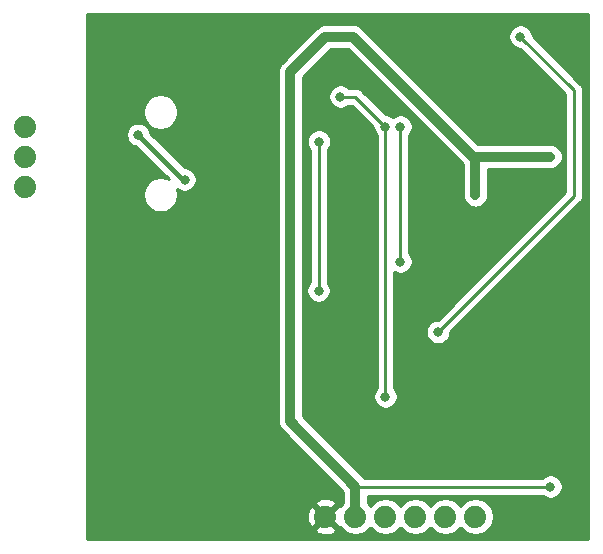
<source format=gbl>
G04 #@! TF.GenerationSoftware,KiCad,Pcbnew,5.1.5*
G04 #@! TF.CreationDate,2020-04-03T22:22:15-06:00*
G04 #@! TF.ProjectId,AD8232,41443832-3332-42e6-9b69-6361645f7063,rev?*
G04 #@! TF.SameCoordinates,Original*
G04 #@! TF.FileFunction,Copper,L2,Bot*
G04 #@! TF.FilePolarity,Positive*
%FSLAX46Y46*%
G04 Gerber Fmt 4.6, Leading zero omitted, Abs format (unit mm)*
G04 Created by KiCad (PCBNEW 5.1.5) date 2020-04-03 22:22:15*
%MOMM*%
%LPD*%
G04 APERTURE LIST*
%ADD10C,1.879600*%
%ADD11C,0.800000*%
%ADD12C,0.250000*%
%ADD13C,0.813000*%
%ADD14C,0.406000*%
%ADD15C,0.254000*%
G04 APERTURE END LIST*
D10*
X166370000Y-114300000D03*
X163830000Y-114300000D03*
X161290000Y-114300000D03*
X158750000Y-114300000D03*
X156210000Y-114300000D03*
X153670000Y-114300000D03*
X128270000Y-81280000D03*
X128270000Y-83820000D03*
X128270000Y-86360000D03*
D11*
X170180000Y-73660000D03*
X163204451Y-98656460D03*
X153670000Y-73660000D03*
X172720000Y-111760000D03*
X166370000Y-83820000D03*
X166370000Y-87098718D03*
X172720000Y-83820000D03*
X142240000Y-114300000D03*
X173990000Y-93980000D03*
X171450000Y-86360000D03*
X172720000Y-80010000D03*
X163830000Y-85090000D03*
X160020000Y-92710000D03*
X160020000Y-81280000D03*
X137818483Y-81972830D03*
X141744815Y-85769721D03*
X158750000Y-81280000D03*
X154940000Y-78740000D03*
X158750000Y-104140000D03*
X153083152Y-95178089D03*
X153119108Y-82557739D03*
D12*
X174721509Y-78201509D02*
X174721509Y-87139402D01*
X170180000Y-73660000D02*
X174721509Y-78201509D01*
X174721509Y-87139402D02*
X163204451Y-98656460D01*
D13*
X156210000Y-114300000D02*
X156210000Y-111760000D01*
X156210000Y-111760000D02*
X150691241Y-106241241D01*
X150691241Y-106241241D02*
X150691241Y-76638759D01*
X150691241Y-76638759D02*
X153670000Y-73660000D01*
D12*
X156210000Y-111760000D02*
X172720000Y-111760000D01*
X166173002Y-83820000D02*
X166370000Y-83820000D01*
D13*
X153670000Y-73660000D02*
X156013002Y-73660000D01*
X156013002Y-73660000D02*
X166173002Y-83820000D01*
X166370000Y-83820000D02*
X172720000Y-83820000D01*
X166370000Y-83820000D02*
X166370000Y-87098718D01*
X172720000Y-83820000D02*
X172720000Y-83820000D01*
D12*
X160020000Y-92710000D02*
X160020000Y-81280000D01*
D14*
X137818483Y-81972830D02*
X141615374Y-85769721D01*
X141615374Y-85769721D02*
X141744815Y-85769721D01*
D12*
X156210000Y-78740000D02*
X154940000Y-78740000D01*
X158750000Y-81280000D02*
X156210000Y-78740000D01*
X158750000Y-104140000D02*
X158750000Y-81280000D01*
X153083152Y-95178089D02*
X153083152Y-82593695D01*
X153083152Y-82593695D02*
X153119108Y-82557739D01*
D15*
G36*
X175870001Y-71779813D02*
G01*
X175870000Y-116180698D01*
X133477000Y-116225486D01*
X133477000Y-115392476D01*
X152757129Y-115392476D01*
X152845623Y-115650723D01*
X153124976Y-115785597D01*
X153425275Y-115863381D01*
X153734977Y-115881084D01*
X154042184Y-115838027D01*
X154335086Y-115735865D01*
X154494377Y-115650723D01*
X154582871Y-115392476D01*
X153670000Y-114479605D01*
X152757129Y-115392476D01*
X133477000Y-115392476D01*
X133477000Y-114364977D01*
X152088916Y-114364977D01*
X152131973Y-114672184D01*
X152234135Y-114965086D01*
X152319277Y-115124377D01*
X152577524Y-115212871D01*
X153490395Y-114300000D01*
X152577524Y-113387129D01*
X152319277Y-113475623D01*
X152184403Y-113754976D01*
X152106619Y-114055275D01*
X152088916Y-114364977D01*
X133477000Y-114364977D01*
X133477000Y-113207524D01*
X152757129Y-113207524D01*
X153670000Y-114120395D01*
X154582871Y-113207524D01*
X154494377Y-112949277D01*
X154215024Y-112814403D01*
X153914725Y-112736619D01*
X153605023Y-112718916D01*
X153297816Y-112761973D01*
X153004914Y-112864135D01*
X152845623Y-112949277D01*
X152757129Y-113207524D01*
X133477000Y-113207524D01*
X133477000Y-81870891D01*
X136783483Y-81870891D01*
X136783483Y-82074769D01*
X136823257Y-82274728D01*
X136901278Y-82463086D01*
X137014546Y-82632604D01*
X137158709Y-82776767D01*
X137328227Y-82890035D01*
X137516585Y-82968056D01*
X137656412Y-82995869D01*
X140388288Y-85727746D01*
X140133158Y-85622068D01*
X139846260Y-85565000D01*
X139553740Y-85565000D01*
X139266842Y-85622068D01*
X138996589Y-85734010D01*
X138753368Y-85896525D01*
X138546525Y-86103368D01*
X138384010Y-86346589D01*
X138272068Y-86616842D01*
X138215000Y-86903740D01*
X138215000Y-87196260D01*
X138272068Y-87483158D01*
X138384010Y-87753411D01*
X138546525Y-87996632D01*
X138753368Y-88203475D01*
X138996589Y-88365990D01*
X139266842Y-88477932D01*
X139553740Y-88535000D01*
X139846260Y-88535000D01*
X140133158Y-88477932D01*
X140403411Y-88365990D01*
X140646632Y-88203475D01*
X140853475Y-87996632D01*
X141015990Y-87753411D01*
X141127932Y-87483158D01*
X141185000Y-87196260D01*
X141185000Y-86903740D01*
X141127932Y-86616842D01*
X141119613Y-86596758D01*
X141254559Y-86686926D01*
X141442917Y-86764947D01*
X141642876Y-86804721D01*
X141846754Y-86804721D01*
X142046713Y-86764947D01*
X142235071Y-86686926D01*
X142404589Y-86573658D01*
X142548752Y-86429495D01*
X142662020Y-86259977D01*
X142740041Y-86071619D01*
X142779815Y-85871660D01*
X142779815Y-85667782D01*
X142740041Y-85467823D01*
X142662020Y-85279465D01*
X142548752Y-85109947D01*
X142404589Y-84965784D01*
X142235071Y-84852516D01*
X142046713Y-84774495D01*
X141846754Y-84734721D01*
X141765485Y-84734721D01*
X138841522Y-81810759D01*
X138813709Y-81670932D01*
X138735688Y-81482574D01*
X138622420Y-81313056D01*
X138478257Y-81168893D01*
X138308739Y-81055625D01*
X138120381Y-80977604D01*
X137920422Y-80937830D01*
X137716544Y-80937830D01*
X137516585Y-80977604D01*
X137328227Y-81055625D01*
X137158709Y-81168893D01*
X137014546Y-81313056D01*
X136901278Y-81482574D01*
X136823257Y-81670932D01*
X136783483Y-81870891D01*
X133477000Y-81870891D01*
X133477000Y-79903740D01*
X138215000Y-79903740D01*
X138215000Y-80196260D01*
X138272068Y-80483158D01*
X138384010Y-80753411D01*
X138546525Y-80996632D01*
X138753368Y-81203475D01*
X138996589Y-81365990D01*
X139266842Y-81477932D01*
X139553740Y-81535000D01*
X139846260Y-81535000D01*
X140133158Y-81477932D01*
X140403411Y-81365990D01*
X140646632Y-81203475D01*
X140853475Y-80996632D01*
X141015990Y-80753411D01*
X141127932Y-80483158D01*
X141185000Y-80196260D01*
X141185000Y-79903740D01*
X141127932Y-79616842D01*
X141015990Y-79346589D01*
X140853475Y-79103368D01*
X140646632Y-78896525D01*
X140403411Y-78734010D01*
X140133158Y-78622068D01*
X139846260Y-78565000D01*
X139553740Y-78565000D01*
X139266842Y-78622068D01*
X138996589Y-78734010D01*
X138753368Y-78896525D01*
X138546525Y-79103368D01*
X138384010Y-79346589D01*
X138272068Y-79616842D01*
X138215000Y-79903740D01*
X133477000Y-79903740D01*
X133477000Y-76638759D01*
X149644702Y-76638759D01*
X149649742Y-76689928D01*
X149649741Y-106190082D01*
X149644702Y-106241241D01*
X149649741Y-106292400D01*
X149649741Y-106292402D01*
X149664811Y-106445410D01*
X149724365Y-106641733D01*
X149821076Y-106822667D01*
X149951226Y-106981256D01*
X149990975Y-107013877D01*
X155168501Y-112191404D01*
X155168500Y-113114396D01*
X154986773Y-113296123D01*
X154895505Y-113432714D01*
X154762476Y-113387129D01*
X153849605Y-114300000D01*
X154762476Y-115212871D01*
X154895505Y-115167286D01*
X154986773Y-115303877D01*
X155206123Y-115523227D01*
X155464052Y-115695570D01*
X155750648Y-115814282D01*
X156054896Y-115874800D01*
X156365104Y-115874800D01*
X156669352Y-115814282D01*
X156955948Y-115695570D01*
X157213877Y-115523227D01*
X157433227Y-115303877D01*
X157480000Y-115233876D01*
X157526773Y-115303877D01*
X157746123Y-115523227D01*
X158004052Y-115695570D01*
X158290648Y-115814282D01*
X158594896Y-115874800D01*
X158905104Y-115874800D01*
X159209352Y-115814282D01*
X159495948Y-115695570D01*
X159753877Y-115523227D01*
X159973227Y-115303877D01*
X160020000Y-115233876D01*
X160066773Y-115303877D01*
X160286123Y-115523227D01*
X160544052Y-115695570D01*
X160830648Y-115814282D01*
X161134896Y-115874800D01*
X161445104Y-115874800D01*
X161749352Y-115814282D01*
X162035948Y-115695570D01*
X162293877Y-115523227D01*
X162513227Y-115303877D01*
X162560000Y-115233876D01*
X162606773Y-115303877D01*
X162826123Y-115523227D01*
X163084052Y-115695570D01*
X163370648Y-115814282D01*
X163674896Y-115874800D01*
X163985104Y-115874800D01*
X164289352Y-115814282D01*
X164575948Y-115695570D01*
X164833877Y-115523227D01*
X165053227Y-115303877D01*
X165100000Y-115233876D01*
X165146773Y-115303877D01*
X165366123Y-115523227D01*
X165624052Y-115695570D01*
X165910648Y-115814282D01*
X166214896Y-115874800D01*
X166525104Y-115874800D01*
X166829352Y-115814282D01*
X167115948Y-115695570D01*
X167373877Y-115523227D01*
X167593227Y-115303877D01*
X167765570Y-115045948D01*
X167884282Y-114759352D01*
X167944800Y-114455104D01*
X167944800Y-114144896D01*
X167884282Y-113840648D01*
X167765570Y-113554052D01*
X167593227Y-113296123D01*
X167373877Y-113076773D01*
X167115948Y-112904430D01*
X166829352Y-112785718D01*
X166525104Y-112725200D01*
X166214896Y-112725200D01*
X165910648Y-112785718D01*
X165624052Y-112904430D01*
X165366123Y-113076773D01*
X165146773Y-113296123D01*
X165100000Y-113366124D01*
X165053227Y-113296123D01*
X164833877Y-113076773D01*
X164575948Y-112904430D01*
X164289352Y-112785718D01*
X163985104Y-112725200D01*
X163674896Y-112725200D01*
X163370648Y-112785718D01*
X163084052Y-112904430D01*
X162826123Y-113076773D01*
X162606773Y-113296123D01*
X162560000Y-113366124D01*
X162513227Y-113296123D01*
X162293877Y-113076773D01*
X162035948Y-112904430D01*
X161749352Y-112785718D01*
X161445104Y-112725200D01*
X161134896Y-112725200D01*
X160830648Y-112785718D01*
X160544052Y-112904430D01*
X160286123Y-113076773D01*
X160066773Y-113296123D01*
X160020000Y-113366124D01*
X159973227Y-113296123D01*
X159753877Y-113076773D01*
X159495948Y-112904430D01*
X159209352Y-112785718D01*
X158905104Y-112725200D01*
X158594896Y-112725200D01*
X158290648Y-112785718D01*
X158004052Y-112904430D01*
X157746123Y-113076773D01*
X157526773Y-113296123D01*
X157480000Y-113366124D01*
X157433227Y-113296123D01*
X157251500Y-113114396D01*
X157251500Y-112520000D01*
X172016289Y-112520000D01*
X172060226Y-112563937D01*
X172229744Y-112677205D01*
X172418102Y-112755226D01*
X172618061Y-112795000D01*
X172821939Y-112795000D01*
X173021898Y-112755226D01*
X173210256Y-112677205D01*
X173379774Y-112563937D01*
X173523937Y-112419774D01*
X173637205Y-112250256D01*
X173715226Y-112061898D01*
X173755000Y-111861939D01*
X173755000Y-111658061D01*
X173715226Y-111458102D01*
X173637205Y-111269744D01*
X173523937Y-111100226D01*
X173379774Y-110956063D01*
X173210256Y-110842795D01*
X173021898Y-110764774D01*
X172821939Y-110725000D01*
X172618061Y-110725000D01*
X172418102Y-110764774D01*
X172229744Y-110842795D01*
X172060226Y-110956063D01*
X172016289Y-111000000D01*
X156925663Y-111000000D01*
X156910271Y-110987368D01*
X151732741Y-105809839D01*
X151732741Y-95076150D01*
X152048152Y-95076150D01*
X152048152Y-95280028D01*
X152087926Y-95479987D01*
X152165947Y-95668345D01*
X152279215Y-95837863D01*
X152423378Y-95982026D01*
X152592896Y-96095294D01*
X152781254Y-96173315D01*
X152981213Y-96213089D01*
X153185091Y-96213089D01*
X153385050Y-96173315D01*
X153573408Y-96095294D01*
X153742926Y-95982026D01*
X153887089Y-95837863D01*
X154000357Y-95668345D01*
X154078378Y-95479987D01*
X154118152Y-95280028D01*
X154118152Y-95076150D01*
X154078378Y-94876191D01*
X154000357Y-94687833D01*
X153887089Y-94518315D01*
X153843152Y-94474378D01*
X153843152Y-83297406D01*
X153923045Y-83217513D01*
X154036313Y-83047995D01*
X154114334Y-82859637D01*
X154154108Y-82659678D01*
X154154108Y-82455800D01*
X154114334Y-82255841D01*
X154036313Y-82067483D01*
X153923045Y-81897965D01*
X153778882Y-81753802D01*
X153609364Y-81640534D01*
X153421006Y-81562513D01*
X153221047Y-81522739D01*
X153017169Y-81522739D01*
X152817210Y-81562513D01*
X152628852Y-81640534D01*
X152459334Y-81753802D01*
X152315171Y-81897965D01*
X152201903Y-82067483D01*
X152123882Y-82255841D01*
X152084108Y-82455800D01*
X152084108Y-82659678D01*
X152123882Y-82859637D01*
X152201903Y-83047995D01*
X152315171Y-83217513D01*
X152323153Y-83225495D01*
X152323152Y-94474378D01*
X152279215Y-94518315D01*
X152165947Y-94687833D01*
X152087926Y-94876191D01*
X152048152Y-95076150D01*
X151732741Y-95076150D01*
X151732741Y-78638061D01*
X153905000Y-78638061D01*
X153905000Y-78841939D01*
X153944774Y-79041898D01*
X154022795Y-79230256D01*
X154136063Y-79399774D01*
X154280226Y-79543937D01*
X154449744Y-79657205D01*
X154638102Y-79735226D01*
X154838061Y-79775000D01*
X155041939Y-79775000D01*
X155241898Y-79735226D01*
X155430256Y-79657205D01*
X155599774Y-79543937D01*
X155643711Y-79500000D01*
X155895199Y-79500000D01*
X157715000Y-81319803D01*
X157715000Y-81381939D01*
X157754774Y-81581898D01*
X157832795Y-81770256D01*
X157946063Y-81939774D01*
X157990001Y-81983712D01*
X157990000Y-103436289D01*
X157946063Y-103480226D01*
X157832795Y-103649744D01*
X157754774Y-103838102D01*
X157715000Y-104038061D01*
X157715000Y-104241939D01*
X157754774Y-104441898D01*
X157832795Y-104630256D01*
X157946063Y-104799774D01*
X158090226Y-104943937D01*
X158259744Y-105057205D01*
X158448102Y-105135226D01*
X158648061Y-105175000D01*
X158851939Y-105175000D01*
X159051898Y-105135226D01*
X159240256Y-105057205D01*
X159409774Y-104943937D01*
X159553937Y-104799774D01*
X159667205Y-104630256D01*
X159745226Y-104441898D01*
X159785000Y-104241939D01*
X159785000Y-104038061D01*
X159745226Y-103838102D01*
X159667205Y-103649744D01*
X159553937Y-103480226D01*
X159510000Y-103436289D01*
X159510000Y-98554521D01*
X162169451Y-98554521D01*
X162169451Y-98758399D01*
X162209225Y-98958358D01*
X162287246Y-99146716D01*
X162400514Y-99316234D01*
X162544677Y-99460397D01*
X162714195Y-99573665D01*
X162902553Y-99651686D01*
X163102512Y-99691460D01*
X163306390Y-99691460D01*
X163506349Y-99651686D01*
X163694707Y-99573665D01*
X163864225Y-99460397D01*
X164008388Y-99316234D01*
X164121656Y-99146716D01*
X164199677Y-98958358D01*
X164239451Y-98758399D01*
X164239451Y-98696261D01*
X175232512Y-87703201D01*
X175261510Y-87679403D01*
X175356483Y-87563678D01*
X175427055Y-87431649D01*
X175470512Y-87288388D01*
X175481509Y-87176735D01*
X175485186Y-87139402D01*
X175481509Y-87102069D01*
X175481509Y-78238842D01*
X175485186Y-78201509D01*
X175470512Y-78052523D01*
X175427055Y-77909262D01*
X175356483Y-77777233D01*
X175285308Y-77690506D01*
X175261510Y-77661508D01*
X175232513Y-77637711D01*
X171215000Y-73620199D01*
X171215000Y-73558061D01*
X171175226Y-73358102D01*
X171097205Y-73169744D01*
X170983937Y-73000226D01*
X170839774Y-72856063D01*
X170670256Y-72742795D01*
X170481898Y-72664774D01*
X170281939Y-72625000D01*
X170078061Y-72625000D01*
X169878102Y-72664774D01*
X169689744Y-72742795D01*
X169520226Y-72856063D01*
X169376063Y-73000226D01*
X169262795Y-73169744D01*
X169184774Y-73358102D01*
X169145000Y-73558061D01*
X169145000Y-73761939D01*
X169184774Y-73961898D01*
X169262795Y-74150256D01*
X169376063Y-74319774D01*
X169520226Y-74463937D01*
X169689744Y-74577205D01*
X169878102Y-74655226D01*
X170078061Y-74695000D01*
X170140199Y-74695000D01*
X173961509Y-78516311D01*
X173961510Y-86824599D01*
X163164650Y-97621460D01*
X163102512Y-97621460D01*
X162902553Y-97661234D01*
X162714195Y-97739255D01*
X162544677Y-97852523D01*
X162400514Y-97996686D01*
X162287246Y-98166204D01*
X162209225Y-98354562D01*
X162169451Y-98554521D01*
X159510000Y-98554521D01*
X159510000Y-93614013D01*
X159529744Y-93627205D01*
X159718102Y-93705226D01*
X159918061Y-93745000D01*
X160121939Y-93745000D01*
X160321898Y-93705226D01*
X160510256Y-93627205D01*
X160679774Y-93513937D01*
X160823937Y-93369774D01*
X160937205Y-93200256D01*
X161015226Y-93011898D01*
X161055000Y-92811939D01*
X161055000Y-92608061D01*
X161015226Y-92408102D01*
X160937205Y-92219744D01*
X160823937Y-92050226D01*
X160780000Y-92006289D01*
X160780000Y-81983711D01*
X160823937Y-81939774D01*
X160937205Y-81770256D01*
X161015226Y-81581898D01*
X161055000Y-81381939D01*
X161055000Y-81178061D01*
X161015226Y-80978102D01*
X160937205Y-80789744D01*
X160823937Y-80620226D01*
X160679774Y-80476063D01*
X160510256Y-80362795D01*
X160321898Y-80284774D01*
X160121939Y-80245000D01*
X159918061Y-80245000D01*
X159718102Y-80284774D01*
X159529744Y-80362795D01*
X159385000Y-80459510D01*
X159240256Y-80362795D01*
X159051898Y-80284774D01*
X158851939Y-80245000D01*
X158789803Y-80245000D01*
X156773804Y-78229003D01*
X156750001Y-78199999D01*
X156634276Y-78105026D01*
X156502247Y-78034454D01*
X156358986Y-77990997D01*
X156247333Y-77980000D01*
X156247322Y-77980000D01*
X156210000Y-77976324D01*
X156172678Y-77980000D01*
X155643711Y-77980000D01*
X155599774Y-77936063D01*
X155430256Y-77822795D01*
X155241898Y-77744774D01*
X155041939Y-77705000D01*
X154838061Y-77705000D01*
X154638102Y-77744774D01*
X154449744Y-77822795D01*
X154280226Y-77936063D01*
X154136063Y-78080226D01*
X154022795Y-78249744D01*
X153944774Y-78438102D01*
X153905000Y-78638061D01*
X151732741Y-78638061D01*
X151732741Y-77070161D01*
X154101403Y-74701500D01*
X155581600Y-74701500D01*
X165328500Y-84448401D01*
X165328501Y-87149880D01*
X165343571Y-87302888D01*
X165403125Y-87499211D01*
X165499836Y-87680144D01*
X165629986Y-87838733D01*
X165788575Y-87968883D01*
X165969508Y-88065594D01*
X166165831Y-88125148D01*
X166370000Y-88145257D01*
X166574170Y-88125148D01*
X166770493Y-88065594D01*
X166951426Y-87968883D01*
X167110015Y-87838733D01*
X167240165Y-87680144D01*
X167336876Y-87499211D01*
X167396430Y-87302888D01*
X167411500Y-87149880D01*
X167411500Y-84861500D01*
X172771162Y-84861500D01*
X172924170Y-84846430D01*
X173120493Y-84786876D01*
X173301426Y-84690165D01*
X173460015Y-84560015D01*
X173590165Y-84401426D01*
X173686876Y-84220493D01*
X173746430Y-84024170D01*
X173766539Y-83820000D01*
X173746430Y-83615830D01*
X173686876Y-83419507D01*
X173590165Y-83238574D01*
X173460015Y-83079985D01*
X173301426Y-82949835D01*
X173120493Y-82853124D01*
X172924170Y-82793570D01*
X172771162Y-82778500D01*
X166604405Y-82778500D01*
X156785638Y-72959734D01*
X156753017Y-72919985D01*
X156594428Y-72789835D01*
X156413495Y-72693124D01*
X156217172Y-72633570D01*
X156064164Y-72618500D01*
X156064161Y-72618500D01*
X156013002Y-72613461D01*
X155961843Y-72618500D01*
X153721151Y-72618500D01*
X153669999Y-72613462D01*
X153618848Y-72618500D01*
X153618838Y-72618500D01*
X153465830Y-72633570D01*
X153269507Y-72693124D01*
X153088574Y-72789835D01*
X152929985Y-72919985D01*
X152897368Y-72959729D01*
X149990970Y-75866128D01*
X149951227Y-75898744D01*
X149918613Y-75938485D01*
X149821076Y-76057334D01*
X149724366Y-76238266D01*
X149664812Y-76434590D01*
X149644702Y-76638759D01*
X133477000Y-76638759D01*
X133477000Y-71767803D01*
X175870001Y-71779813D01*
G37*
X175870001Y-71779813D02*
X175870000Y-116180698D01*
X133477000Y-116225486D01*
X133477000Y-115392476D01*
X152757129Y-115392476D01*
X152845623Y-115650723D01*
X153124976Y-115785597D01*
X153425275Y-115863381D01*
X153734977Y-115881084D01*
X154042184Y-115838027D01*
X154335086Y-115735865D01*
X154494377Y-115650723D01*
X154582871Y-115392476D01*
X153670000Y-114479605D01*
X152757129Y-115392476D01*
X133477000Y-115392476D01*
X133477000Y-114364977D01*
X152088916Y-114364977D01*
X152131973Y-114672184D01*
X152234135Y-114965086D01*
X152319277Y-115124377D01*
X152577524Y-115212871D01*
X153490395Y-114300000D01*
X152577524Y-113387129D01*
X152319277Y-113475623D01*
X152184403Y-113754976D01*
X152106619Y-114055275D01*
X152088916Y-114364977D01*
X133477000Y-114364977D01*
X133477000Y-113207524D01*
X152757129Y-113207524D01*
X153670000Y-114120395D01*
X154582871Y-113207524D01*
X154494377Y-112949277D01*
X154215024Y-112814403D01*
X153914725Y-112736619D01*
X153605023Y-112718916D01*
X153297816Y-112761973D01*
X153004914Y-112864135D01*
X152845623Y-112949277D01*
X152757129Y-113207524D01*
X133477000Y-113207524D01*
X133477000Y-81870891D01*
X136783483Y-81870891D01*
X136783483Y-82074769D01*
X136823257Y-82274728D01*
X136901278Y-82463086D01*
X137014546Y-82632604D01*
X137158709Y-82776767D01*
X137328227Y-82890035D01*
X137516585Y-82968056D01*
X137656412Y-82995869D01*
X140388288Y-85727746D01*
X140133158Y-85622068D01*
X139846260Y-85565000D01*
X139553740Y-85565000D01*
X139266842Y-85622068D01*
X138996589Y-85734010D01*
X138753368Y-85896525D01*
X138546525Y-86103368D01*
X138384010Y-86346589D01*
X138272068Y-86616842D01*
X138215000Y-86903740D01*
X138215000Y-87196260D01*
X138272068Y-87483158D01*
X138384010Y-87753411D01*
X138546525Y-87996632D01*
X138753368Y-88203475D01*
X138996589Y-88365990D01*
X139266842Y-88477932D01*
X139553740Y-88535000D01*
X139846260Y-88535000D01*
X140133158Y-88477932D01*
X140403411Y-88365990D01*
X140646632Y-88203475D01*
X140853475Y-87996632D01*
X141015990Y-87753411D01*
X141127932Y-87483158D01*
X141185000Y-87196260D01*
X141185000Y-86903740D01*
X141127932Y-86616842D01*
X141119613Y-86596758D01*
X141254559Y-86686926D01*
X141442917Y-86764947D01*
X141642876Y-86804721D01*
X141846754Y-86804721D01*
X142046713Y-86764947D01*
X142235071Y-86686926D01*
X142404589Y-86573658D01*
X142548752Y-86429495D01*
X142662020Y-86259977D01*
X142740041Y-86071619D01*
X142779815Y-85871660D01*
X142779815Y-85667782D01*
X142740041Y-85467823D01*
X142662020Y-85279465D01*
X142548752Y-85109947D01*
X142404589Y-84965784D01*
X142235071Y-84852516D01*
X142046713Y-84774495D01*
X141846754Y-84734721D01*
X141765485Y-84734721D01*
X138841522Y-81810759D01*
X138813709Y-81670932D01*
X138735688Y-81482574D01*
X138622420Y-81313056D01*
X138478257Y-81168893D01*
X138308739Y-81055625D01*
X138120381Y-80977604D01*
X137920422Y-80937830D01*
X137716544Y-80937830D01*
X137516585Y-80977604D01*
X137328227Y-81055625D01*
X137158709Y-81168893D01*
X137014546Y-81313056D01*
X136901278Y-81482574D01*
X136823257Y-81670932D01*
X136783483Y-81870891D01*
X133477000Y-81870891D01*
X133477000Y-79903740D01*
X138215000Y-79903740D01*
X138215000Y-80196260D01*
X138272068Y-80483158D01*
X138384010Y-80753411D01*
X138546525Y-80996632D01*
X138753368Y-81203475D01*
X138996589Y-81365990D01*
X139266842Y-81477932D01*
X139553740Y-81535000D01*
X139846260Y-81535000D01*
X140133158Y-81477932D01*
X140403411Y-81365990D01*
X140646632Y-81203475D01*
X140853475Y-80996632D01*
X141015990Y-80753411D01*
X141127932Y-80483158D01*
X141185000Y-80196260D01*
X141185000Y-79903740D01*
X141127932Y-79616842D01*
X141015990Y-79346589D01*
X140853475Y-79103368D01*
X140646632Y-78896525D01*
X140403411Y-78734010D01*
X140133158Y-78622068D01*
X139846260Y-78565000D01*
X139553740Y-78565000D01*
X139266842Y-78622068D01*
X138996589Y-78734010D01*
X138753368Y-78896525D01*
X138546525Y-79103368D01*
X138384010Y-79346589D01*
X138272068Y-79616842D01*
X138215000Y-79903740D01*
X133477000Y-79903740D01*
X133477000Y-76638759D01*
X149644702Y-76638759D01*
X149649742Y-76689928D01*
X149649741Y-106190082D01*
X149644702Y-106241241D01*
X149649741Y-106292400D01*
X149649741Y-106292402D01*
X149664811Y-106445410D01*
X149724365Y-106641733D01*
X149821076Y-106822667D01*
X149951226Y-106981256D01*
X149990975Y-107013877D01*
X155168501Y-112191404D01*
X155168500Y-113114396D01*
X154986773Y-113296123D01*
X154895505Y-113432714D01*
X154762476Y-113387129D01*
X153849605Y-114300000D01*
X154762476Y-115212871D01*
X154895505Y-115167286D01*
X154986773Y-115303877D01*
X155206123Y-115523227D01*
X155464052Y-115695570D01*
X155750648Y-115814282D01*
X156054896Y-115874800D01*
X156365104Y-115874800D01*
X156669352Y-115814282D01*
X156955948Y-115695570D01*
X157213877Y-115523227D01*
X157433227Y-115303877D01*
X157480000Y-115233876D01*
X157526773Y-115303877D01*
X157746123Y-115523227D01*
X158004052Y-115695570D01*
X158290648Y-115814282D01*
X158594896Y-115874800D01*
X158905104Y-115874800D01*
X159209352Y-115814282D01*
X159495948Y-115695570D01*
X159753877Y-115523227D01*
X159973227Y-115303877D01*
X160020000Y-115233876D01*
X160066773Y-115303877D01*
X160286123Y-115523227D01*
X160544052Y-115695570D01*
X160830648Y-115814282D01*
X161134896Y-115874800D01*
X161445104Y-115874800D01*
X161749352Y-115814282D01*
X162035948Y-115695570D01*
X162293877Y-115523227D01*
X162513227Y-115303877D01*
X162560000Y-115233876D01*
X162606773Y-115303877D01*
X162826123Y-115523227D01*
X163084052Y-115695570D01*
X163370648Y-115814282D01*
X163674896Y-115874800D01*
X163985104Y-115874800D01*
X164289352Y-115814282D01*
X164575948Y-115695570D01*
X164833877Y-115523227D01*
X165053227Y-115303877D01*
X165100000Y-115233876D01*
X165146773Y-115303877D01*
X165366123Y-115523227D01*
X165624052Y-115695570D01*
X165910648Y-115814282D01*
X166214896Y-115874800D01*
X166525104Y-115874800D01*
X166829352Y-115814282D01*
X167115948Y-115695570D01*
X167373877Y-115523227D01*
X167593227Y-115303877D01*
X167765570Y-115045948D01*
X167884282Y-114759352D01*
X167944800Y-114455104D01*
X167944800Y-114144896D01*
X167884282Y-113840648D01*
X167765570Y-113554052D01*
X167593227Y-113296123D01*
X167373877Y-113076773D01*
X167115948Y-112904430D01*
X166829352Y-112785718D01*
X166525104Y-112725200D01*
X166214896Y-112725200D01*
X165910648Y-112785718D01*
X165624052Y-112904430D01*
X165366123Y-113076773D01*
X165146773Y-113296123D01*
X165100000Y-113366124D01*
X165053227Y-113296123D01*
X164833877Y-113076773D01*
X164575948Y-112904430D01*
X164289352Y-112785718D01*
X163985104Y-112725200D01*
X163674896Y-112725200D01*
X163370648Y-112785718D01*
X163084052Y-112904430D01*
X162826123Y-113076773D01*
X162606773Y-113296123D01*
X162560000Y-113366124D01*
X162513227Y-113296123D01*
X162293877Y-113076773D01*
X162035948Y-112904430D01*
X161749352Y-112785718D01*
X161445104Y-112725200D01*
X161134896Y-112725200D01*
X160830648Y-112785718D01*
X160544052Y-112904430D01*
X160286123Y-113076773D01*
X160066773Y-113296123D01*
X160020000Y-113366124D01*
X159973227Y-113296123D01*
X159753877Y-113076773D01*
X159495948Y-112904430D01*
X159209352Y-112785718D01*
X158905104Y-112725200D01*
X158594896Y-112725200D01*
X158290648Y-112785718D01*
X158004052Y-112904430D01*
X157746123Y-113076773D01*
X157526773Y-113296123D01*
X157480000Y-113366124D01*
X157433227Y-113296123D01*
X157251500Y-113114396D01*
X157251500Y-112520000D01*
X172016289Y-112520000D01*
X172060226Y-112563937D01*
X172229744Y-112677205D01*
X172418102Y-112755226D01*
X172618061Y-112795000D01*
X172821939Y-112795000D01*
X173021898Y-112755226D01*
X173210256Y-112677205D01*
X173379774Y-112563937D01*
X173523937Y-112419774D01*
X173637205Y-112250256D01*
X173715226Y-112061898D01*
X173755000Y-111861939D01*
X173755000Y-111658061D01*
X173715226Y-111458102D01*
X173637205Y-111269744D01*
X173523937Y-111100226D01*
X173379774Y-110956063D01*
X173210256Y-110842795D01*
X173021898Y-110764774D01*
X172821939Y-110725000D01*
X172618061Y-110725000D01*
X172418102Y-110764774D01*
X172229744Y-110842795D01*
X172060226Y-110956063D01*
X172016289Y-111000000D01*
X156925663Y-111000000D01*
X156910271Y-110987368D01*
X151732741Y-105809839D01*
X151732741Y-95076150D01*
X152048152Y-95076150D01*
X152048152Y-95280028D01*
X152087926Y-95479987D01*
X152165947Y-95668345D01*
X152279215Y-95837863D01*
X152423378Y-95982026D01*
X152592896Y-96095294D01*
X152781254Y-96173315D01*
X152981213Y-96213089D01*
X153185091Y-96213089D01*
X153385050Y-96173315D01*
X153573408Y-96095294D01*
X153742926Y-95982026D01*
X153887089Y-95837863D01*
X154000357Y-95668345D01*
X154078378Y-95479987D01*
X154118152Y-95280028D01*
X154118152Y-95076150D01*
X154078378Y-94876191D01*
X154000357Y-94687833D01*
X153887089Y-94518315D01*
X153843152Y-94474378D01*
X153843152Y-83297406D01*
X153923045Y-83217513D01*
X154036313Y-83047995D01*
X154114334Y-82859637D01*
X154154108Y-82659678D01*
X154154108Y-82455800D01*
X154114334Y-82255841D01*
X154036313Y-82067483D01*
X153923045Y-81897965D01*
X153778882Y-81753802D01*
X153609364Y-81640534D01*
X153421006Y-81562513D01*
X153221047Y-81522739D01*
X153017169Y-81522739D01*
X152817210Y-81562513D01*
X152628852Y-81640534D01*
X152459334Y-81753802D01*
X152315171Y-81897965D01*
X152201903Y-82067483D01*
X152123882Y-82255841D01*
X152084108Y-82455800D01*
X152084108Y-82659678D01*
X152123882Y-82859637D01*
X152201903Y-83047995D01*
X152315171Y-83217513D01*
X152323153Y-83225495D01*
X152323152Y-94474378D01*
X152279215Y-94518315D01*
X152165947Y-94687833D01*
X152087926Y-94876191D01*
X152048152Y-95076150D01*
X151732741Y-95076150D01*
X151732741Y-78638061D01*
X153905000Y-78638061D01*
X153905000Y-78841939D01*
X153944774Y-79041898D01*
X154022795Y-79230256D01*
X154136063Y-79399774D01*
X154280226Y-79543937D01*
X154449744Y-79657205D01*
X154638102Y-79735226D01*
X154838061Y-79775000D01*
X155041939Y-79775000D01*
X155241898Y-79735226D01*
X155430256Y-79657205D01*
X155599774Y-79543937D01*
X155643711Y-79500000D01*
X155895199Y-79500000D01*
X157715000Y-81319803D01*
X157715000Y-81381939D01*
X157754774Y-81581898D01*
X157832795Y-81770256D01*
X157946063Y-81939774D01*
X157990001Y-81983712D01*
X157990000Y-103436289D01*
X157946063Y-103480226D01*
X157832795Y-103649744D01*
X157754774Y-103838102D01*
X157715000Y-104038061D01*
X157715000Y-104241939D01*
X157754774Y-104441898D01*
X157832795Y-104630256D01*
X157946063Y-104799774D01*
X158090226Y-104943937D01*
X158259744Y-105057205D01*
X158448102Y-105135226D01*
X158648061Y-105175000D01*
X158851939Y-105175000D01*
X159051898Y-105135226D01*
X159240256Y-105057205D01*
X159409774Y-104943937D01*
X159553937Y-104799774D01*
X159667205Y-104630256D01*
X159745226Y-104441898D01*
X159785000Y-104241939D01*
X159785000Y-104038061D01*
X159745226Y-103838102D01*
X159667205Y-103649744D01*
X159553937Y-103480226D01*
X159510000Y-103436289D01*
X159510000Y-98554521D01*
X162169451Y-98554521D01*
X162169451Y-98758399D01*
X162209225Y-98958358D01*
X162287246Y-99146716D01*
X162400514Y-99316234D01*
X162544677Y-99460397D01*
X162714195Y-99573665D01*
X162902553Y-99651686D01*
X163102512Y-99691460D01*
X163306390Y-99691460D01*
X163506349Y-99651686D01*
X163694707Y-99573665D01*
X163864225Y-99460397D01*
X164008388Y-99316234D01*
X164121656Y-99146716D01*
X164199677Y-98958358D01*
X164239451Y-98758399D01*
X164239451Y-98696261D01*
X175232512Y-87703201D01*
X175261510Y-87679403D01*
X175356483Y-87563678D01*
X175427055Y-87431649D01*
X175470512Y-87288388D01*
X175481509Y-87176735D01*
X175485186Y-87139402D01*
X175481509Y-87102069D01*
X175481509Y-78238842D01*
X175485186Y-78201509D01*
X175470512Y-78052523D01*
X175427055Y-77909262D01*
X175356483Y-77777233D01*
X175285308Y-77690506D01*
X175261510Y-77661508D01*
X175232513Y-77637711D01*
X171215000Y-73620199D01*
X171215000Y-73558061D01*
X171175226Y-73358102D01*
X171097205Y-73169744D01*
X170983937Y-73000226D01*
X170839774Y-72856063D01*
X170670256Y-72742795D01*
X170481898Y-72664774D01*
X170281939Y-72625000D01*
X170078061Y-72625000D01*
X169878102Y-72664774D01*
X169689744Y-72742795D01*
X169520226Y-72856063D01*
X169376063Y-73000226D01*
X169262795Y-73169744D01*
X169184774Y-73358102D01*
X169145000Y-73558061D01*
X169145000Y-73761939D01*
X169184774Y-73961898D01*
X169262795Y-74150256D01*
X169376063Y-74319774D01*
X169520226Y-74463937D01*
X169689744Y-74577205D01*
X169878102Y-74655226D01*
X170078061Y-74695000D01*
X170140199Y-74695000D01*
X173961509Y-78516311D01*
X173961510Y-86824599D01*
X163164650Y-97621460D01*
X163102512Y-97621460D01*
X162902553Y-97661234D01*
X162714195Y-97739255D01*
X162544677Y-97852523D01*
X162400514Y-97996686D01*
X162287246Y-98166204D01*
X162209225Y-98354562D01*
X162169451Y-98554521D01*
X159510000Y-98554521D01*
X159510000Y-93614013D01*
X159529744Y-93627205D01*
X159718102Y-93705226D01*
X159918061Y-93745000D01*
X160121939Y-93745000D01*
X160321898Y-93705226D01*
X160510256Y-93627205D01*
X160679774Y-93513937D01*
X160823937Y-93369774D01*
X160937205Y-93200256D01*
X161015226Y-93011898D01*
X161055000Y-92811939D01*
X161055000Y-92608061D01*
X161015226Y-92408102D01*
X160937205Y-92219744D01*
X160823937Y-92050226D01*
X160780000Y-92006289D01*
X160780000Y-81983711D01*
X160823937Y-81939774D01*
X160937205Y-81770256D01*
X161015226Y-81581898D01*
X161055000Y-81381939D01*
X161055000Y-81178061D01*
X161015226Y-80978102D01*
X160937205Y-80789744D01*
X160823937Y-80620226D01*
X160679774Y-80476063D01*
X160510256Y-80362795D01*
X160321898Y-80284774D01*
X160121939Y-80245000D01*
X159918061Y-80245000D01*
X159718102Y-80284774D01*
X159529744Y-80362795D01*
X159385000Y-80459510D01*
X159240256Y-80362795D01*
X159051898Y-80284774D01*
X158851939Y-80245000D01*
X158789803Y-80245000D01*
X156773804Y-78229003D01*
X156750001Y-78199999D01*
X156634276Y-78105026D01*
X156502247Y-78034454D01*
X156358986Y-77990997D01*
X156247333Y-77980000D01*
X156247322Y-77980000D01*
X156210000Y-77976324D01*
X156172678Y-77980000D01*
X155643711Y-77980000D01*
X155599774Y-77936063D01*
X155430256Y-77822795D01*
X155241898Y-77744774D01*
X155041939Y-77705000D01*
X154838061Y-77705000D01*
X154638102Y-77744774D01*
X154449744Y-77822795D01*
X154280226Y-77936063D01*
X154136063Y-78080226D01*
X154022795Y-78249744D01*
X153944774Y-78438102D01*
X153905000Y-78638061D01*
X151732741Y-78638061D01*
X151732741Y-77070161D01*
X154101403Y-74701500D01*
X155581600Y-74701500D01*
X165328500Y-84448401D01*
X165328501Y-87149880D01*
X165343571Y-87302888D01*
X165403125Y-87499211D01*
X165499836Y-87680144D01*
X165629986Y-87838733D01*
X165788575Y-87968883D01*
X165969508Y-88065594D01*
X166165831Y-88125148D01*
X166370000Y-88145257D01*
X166574170Y-88125148D01*
X166770493Y-88065594D01*
X166951426Y-87968883D01*
X167110015Y-87838733D01*
X167240165Y-87680144D01*
X167336876Y-87499211D01*
X167396430Y-87302888D01*
X167411500Y-87149880D01*
X167411500Y-84861500D01*
X172771162Y-84861500D01*
X172924170Y-84846430D01*
X173120493Y-84786876D01*
X173301426Y-84690165D01*
X173460015Y-84560015D01*
X173590165Y-84401426D01*
X173686876Y-84220493D01*
X173746430Y-84024170D01*
X173766539Y-83820000D01*
X173746430Y-83615830D01*
X173686876Y-83419507D01*
X173590165Y-83238574D01*
X173460015Y-83079985D01*
X173301426Y-82949835D01*
X173120493Y-82853124D01*
X172924170Y-82793570D01*
X172771162Y-82778500D01*
X166604405Y-82778500D01*
X156785638Y-72959734D01*
X156753017Y-72919985D01*
X156594428Y-72789835D01*
X156413495Y-72693124D01*
X156217172Y-72633570D01*
X156064164Y-72618500D01*
X156064161Y-72618500D01*
X156013002Y-72613461D01*
X155961843Y-72618500D01*
X153721151Y-72618500D01*
X153669999Y-72613462D01*
X153618848Y-72618500D01*
X153618838Y-72618500D01*
X153465830Y-72633570D01*
X153269507Y-72693124D01*
X153088574Y-72789835D01*
X152929985Y-72919985D01*
X152897368Y-72959729D01*
X149990970Y-75866128D01*
X149951227Y-75898744D01*
X149918613Y-75938485D01*
X149821076Y-76057334D01*
X149724366Y-76238266D01*
X149664812Y-76434590D01*
X149644702Y-76638759D01*
X133477000Y-76638759D01*
X133477000Y-71767803D01*
X175870001Y-71779813D01*
M02*

</source>
